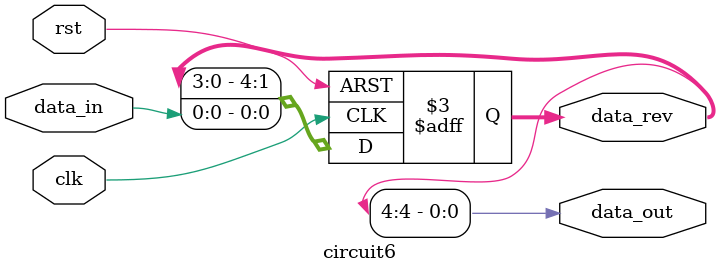
<source format=v>
module example1_and_or (output e          , 
                        input  a, b, c, d );
assign e = (a & b) | (c & d); 
endmodule 

// Example #2: Design AND-OR Using Level-Trigger Always
module example2_and_or (output reg e          , 
                        input      a, b, c, d );
always @ (a, b, c, d) begin
  e = (a & b) | (c & d);
end  
endmodule 

// Example #3: Design AND-OR with Tri-State Buffer 
// Using Conditional Assign
module example3_and_or_tri (output e              , 
                            input  a, b, c, d, en );
assign e = en ? (a & b) | (c & d) : 1'bz; 
endmodule 

// Example #1: Design Uni-Direction Bus
module uni_dir_bus (output [31:0] bus         , 
                    input  [31:0] a           ,
                    input         send_en     );
assign bus = send_en ? a : 32'bz; 
endmodule

// Example #2: Design Bi-Direction Bus
module bi_dir_bus (inout  [31:0] bus         , 
                   input  [31:0] a           , 
                   output [31:0] b           ,
                   input         send_en     , 
                   input         receive_en  );
assign b   = receive_en ? bus : 32'bz; 
assign bus = send_en    ? a   : 32'bz; 
endmodule

// Example #1: Multiplexer Design Using case-endcase
module example1_mux (output reg [31: 0] e         , 
                     input      [31: 0] a, b, c, d,
                     input      [1 : 0] sel       ); 
always @ (a, b, c, d, sel) begin
  case (sel) 
    2'h0   : e <= a ; 
    2'h1   : e <= b ; 
    2'h2   : e <= c ; 
    2'h3   : e <= d ; 
    default: e <= a ;  
  endcase
end 
endmodule 

// Example #2: Multiplexer Design Using if-else
module example2_mux (output reg [31: 0] e         , 
                     input      [31: 0] a, b, c, d,
                     input      [1 : 0] sel       ); 
always @ (a, b, c, d, sel) begin
  if (sel == 2'h0) begin
    e <= a;
  end else if (sel == 2'h1) begin
    e <= b;
  end else if (sel == 2'h2) begin
    e <= c;
  end else begin
    e <= d;
  end 
end
endmodule 

// Example #3: Multiplexer Design Using Conditional Assign
module example3_mux (output [31: 0] e         , 
                     input  [31: 0] a, b, c, d,
                     input  [1 : 0] sel       );  
assign e = (sel == 2'h0) ? a : 
               (sel == 2'h1) ? b :
                   (sel == 2'h2) ? c : d;
endmodule 

// Example #1: Design Latches Using Conditonal Assign
module example1_latch_conditonal (output [3:0] q    , 
                                  input  [3:0] d    , 
                                  input        en   ); 
assign q = en ? d : q;
endmodule 

// Example #2: Design Latches Using Omitted else
module example2_latch_always (output reg [3:0] q    , 
                              input      [3:0] d    , 
                              input            en   ); 
always @(en, d) begin
  if (en) q <= d;
end
endmodule

// Example #1: Design Combinational Logic and Latches 
module example1_comb_latch (input      a, b, c, sel, 
                            output reg d           );
reg r1, r2;
always @ (a, b, c, r1, r2, sel) begin 
  if (sel) begin
    r1 <= a & c  ;
    r2 <= r1 ^ b ;
    d  <= r1 & r2; 
  end
end
endmodule

// Example #2: An Alternative Way to the Design of 
// Combinational Logic and Latches 
module example2_comb_latch (input      a, b, c, sel, 
                            output reg d           );
wire w1 = a & c; 
wire w2 = w1 ^ b;
wire w3 = w1 & w2; 

always @(w3, sel) begin 
  if (sel) begin
    d  <= w3; 	
  end 
end
endmodule

// Example #1: Accidental Latches with Incomplete Case
module example1_acc_latch_co_case (input       a, b, c, 
                                   input [1:0] sel    , 
                                   output reg  d      );
always @ (a, b, c, sel) begin 
  case(sel)
    2'b00  : d <= a   ;
    2'b01  : d <= b   ;
    2'b10  : d <= c   ;
  endcase // Missing default
end
endmodule
		
// Example #2: Design with Complete Case
module example2_acc_latch_co_case (input       a, b, c, 
                                   input [1:0] sel    , 
                                   output reg  d      );
always @ (a, b, c, sel) begin 
  case(sel)
    2'b00  : d <= a   ;
    2'b01  : d <= b   ;
    2'b10  : d <= c   ;
    default: d <= 1'b0; // Complete case-endcase
  endcase 
end
endmodule

// Example #1: Accidental Latches with Incomplete List
module example1_acc_latch_inc_list (input       a, b, c, 
                                    input [1:0] sel    , 
                                    output reg  d      );
always @(a, b, sel) begin // Incomplete sensitivity list
  case(sel)
    2'b00  : d <= a;
    2'b01  : d <= b;
    2'b10  : d <= c;
    default: d <= 1'b0;
  endcase
end
endmodule

// Example #1: 8-bit Register with Asynchrnous Reset
module reg_async_rst (input            rst, clk, 
                      input      [7:0] d       , 
                      output reg [7:0] q       );
always @ (negedge rst, posedge clk) begin 
  if (~rst) begin
    q<=8'h0;
  end else begin
    q<=d   ;
  end
end
endmodule

// Example #2: 8-bit Register with Synchrnous Reset
module reg_sync_rst (input            rst, clk, 
                     input      [7:0] d       , 
                     output reg [7:0] q       );
always @ (posedge clk) begin 
  if (~rst) begin
    q<=8'h0;
  end else begin
    q<=d   ;
  end
end
endmodule

// Shift Register Design 
module shift_reg (input            rst     , 
                  input            clk     , 
                  input            data_in ,
                  output           data_out,
                  output reg [3:0] data_rev);  	

assign data_out = data_rev[0];
always @ (negedge rst, posedge clk) begin 
  if (~rst) begin
    data_rev <= 4'h0                    ;
  end else begin
    data_rev <= {data_in, data_rev[3:1]};
  end
end
endmodule

// 0-f Counter Design 
module cnt_0_f (input            rst, clk, en, 
                output reg [3:0] cnt        );

wire [3:0] nxt_cnt = en ? cnt+4'h1 : cnt;
always @ (negedge rst, posedge clk) begin 
  if (~rst) begin
    cnt <= 4'h0    ;
  end else begin
    cnt <= nxt_cnt ;
  end
end
endmodule

// Design on Timer 16x16-cycle
module timer_0_f_16_cycles (input    rst, clk, en, 
                            output reg [3:0] tim);
// The first level counter
reg  [3:0] cnt; 
wire [3:0] nxt_cnt = en ? cnt+4'h1 : cnt;
always @(posedge clk, negedge rst) begin
  if(~rst) begin
    cnt<=4'h0   ;
  end else begin
    cnt<=nxt_cnt;
  end
end

// The second level timer
wire [3:0] nxt_tim = (en & &cnt) ? tim+4'h1 : tim;
always @(posedge clk, negedge rst) begin
  if(~rst) begin
    tim<=4'h0   ;
  end else begin
    tim<=nxt_tim;
  end
end
endmodule	

module circuit1 (output f, 
                 input  a, b, c, d, e, en); 
assign f = en ? ~((a | b) | (c & d & e)) : 1'bz; 
endmodule 

module circuit2 (output reg c, 
                 input      a, b, en); 
wire nxt_c = a ^ b; 
always @ (en, nxt_c) begin 
  if (en) c <= nxt_c; 
end 
endmodule

module circuit3 (output reg e, 
                 input      a, b, c, d, 
                 input      clk, rst );
reg  r1, r2; 
wire nxt_r1 = a & b  ;
wire nxt_r2 = c ^ d  ;
wire nxt_e  = r1 | r2;

always @(posedge clk, negedge rst) begin 
  if (~rst) begin
    r1 <= 1'b0   ;
    r2 <= 1'b0   ;
    e  <= 1'b0   ;
  end else begin
    r1 <= nxt_r1 ;
    r2 <= nxt_r2 ;
    e  <= nxt_e  ; 	
  end
end
endmodule

module circuit4 (output       f, 
                 input        a, b, c, d, sel1,
                 input  [1:0] sel2            ); 
reg e;
assign f = sel1 ? e : 1'bz; 
always @ (a, b, c, d, sel2) begin
  case (sel2) 
    0:  e <= a; 
    1:  e <= b; 
    2:  e <= c; 
    3:  e <= d; 
    default: e <= a;  
  endcase 
end
endmodule 

module circuit5 (output reg [5:0] cnt, 
                 input            clk, rst, en); 
wire [5:0] nxt_cnt = en ? cnt+6'h1 : cnt; 
always @(posedge clk, negedge rst) begin 
  if (~rst) begin
    cnt<=6'h0   ;
  end else begin
    cnt<=nxt_cnt;
  end  
end
endmodule 

module circuit6 (input            rst     , 
                 input            clk     , 
                 input            data_in ,
                 output           data_out,
                 output reg [4:0] data_rev);  	

assign data_out = data_rev[4];
always @ (negedge rst, posedge clk) begin 
  if (~rst) begin
    data_rev <= 5'h0                    ;
  end else begin
    data_rev <= {data_rev[3:0], data_in};
  end
end
endmodule



</source>
